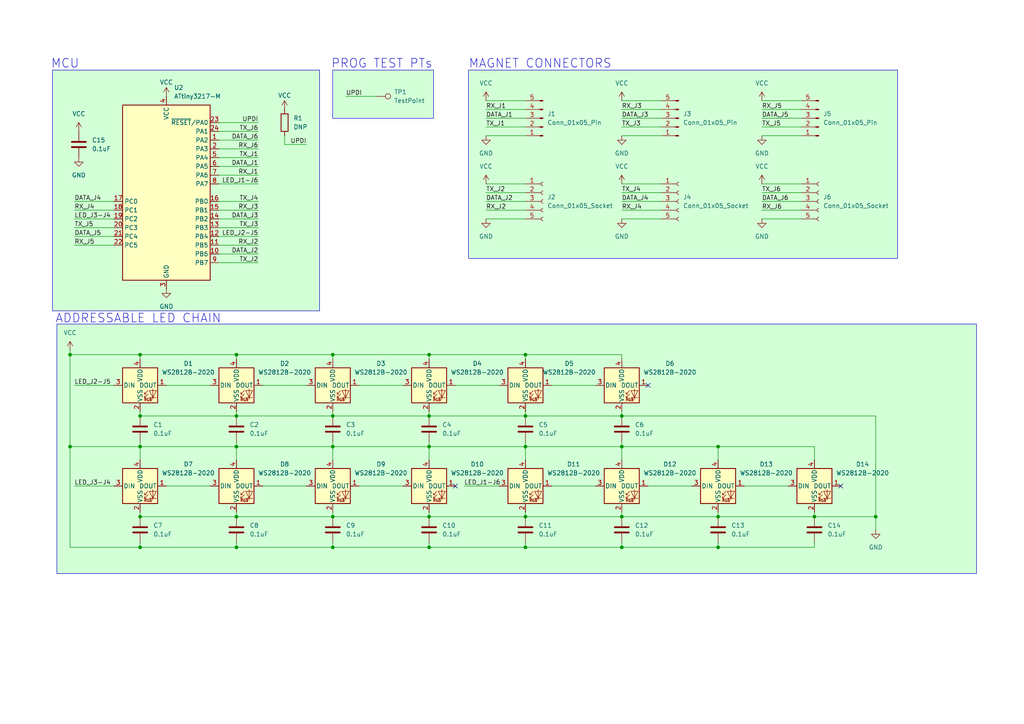
<source format=kicad_sch>
(kicad_sch (version 20231120) (generator "eeschema") (generator_version "8.0")
  (paper "A4")
  (title_block (title "PCB Tile Game") (rev "0.1"))
  (lib_symbols
    (symbol "Connector:Conn_01x05_Pin" (pin_names (offset 1.016) hide)
      (property "Reference" "J" (at 0 7.62 0))
      (property "Value" "Conn_01x05_Pin" (at 0 -7.62 0))
      (symbol "Conn_01x05_Pin_1_1"
        (polyline (pts (xy 1.27 -5.08) (xy 0.8636 -5.08)) (stroke (width 0.1524)))
        (polyline (pts (xy 1.27 -2.54) (xy 0.8636 -2.54)) (stroke (width 0.1524)))
        (polyline (pts (xy 1.27 0) (xy 0.8636 0)) (stroke (width 0.1524)))
        (polyline (pts (xy 1.27 2.54) (xy 0.8636 2.54)) (stroke (width 0.1524)))
        (polyline (pts (xy 1.27 5.08) (xy 0.8636 5.08)) (stroke (width 0.1524)))
        (rectangle (start 0.8636 -4.953) (end 0 -5.207) (stroke (width 0.1524)) (fill (type outline)))
        (rectangle (start 0.8636 -2.413) (end 0 -2.667) (stroke (width 0.1524)) (fill (type outline)))
        (rectangle (start 0.8636 0.127) (end 0 -0.127) (stroke (width 0.1524)) (fill (type outline)))
        (rectangle (start 0.8636 2.667) (end 0 2.413) (stroke (width 0.1524)) (fill (type outline)))
        (rectangle (start 0.8636 5.207) (end 0 4.953) (stroke (width 0.1524)) (fill (type outline)))
        (pin passive line (at 5.08 5.08 180) (length 3.81) (name "Pin_1") (number "1"))
        (pin passive line (at 5.08 2.54 180) (length 3.81) (name "Pin_2") (number "2"))
        (pin passive line (at 5.08 0 180) (length 3.81) (name "Pin_3") (number "3"))
        (pin passive line (at 5.08 -2.54 180) (length 3.81) (name "Pin_4") (number "4"))
        (pin passive line (at 5.08 -5.08 180) (length 3.81) (name "Pin_5") (number "5"))
      )
    )
    (symbol "Connector:Conn_01x05_Socket" (pin_names (offset 1.016) hide)
      (property "Reference" "J" (at 0 7.62 0))
      (property "Value" "Conn_01x05_Socket" (at 0 -7.62 0))
      (symbol "Conn_01x05_Socket_1_1"
        (arc (start 0 -4.572) (mid -0.5058 -5.08) (end 0 -5.588) (stroke (width 0.1524)))
        (arc (start 0 -2.032) (mid -0.5058 -2.54) (end 0 -3.048) (stroke (width 0.1524)))
        (polyline (pts (xy -1.27 -5.08) (xy -0.508 -5.08)) (stroke (width 0.1524)))
        (polyline (pts (xy -1.27 -2.54) (xy -0.508 -2.54)) (stroke (width 0.1524)))
        (polyline (pts (xy -1.27 0) (xy -0.508 0)) (stroke (width 0.1524)))
        (polyline (pts (xy -1.27 2.54) (xy -0.508 2.54)) (stroke (width 0.1524)))
        (polyline (pts (xy -1.27 5.08) (xy -0.508 5.08)) (stroke (width 0.1524)))
        (arc (start 0 0.508) (mid -0.5058 0) (end 0 -0.508) (stroke (width 0.1524)))
        (arc (start 0 3.048) (mid -0.5058 2.54) (end 0 2.032) (stroke (width 0.1524)))
        (arc (start 0 5.588) (mid -0.5058 5.08) (end 0 4.572) (stroke (width 0.1524)))
        (pin passive line (at -5.08 5.08 0) (length 3.81) (name "Pin_1") (number "1"))
        (pin passive line (at -5.08 2.54 0) (length 3.81) (name "Pin_2") (number "2"))
        (pin passive line (at -5.08 0 0) (length 3.81) (name "Pin_3") (number "3"))
        (pin passive line (at -5.08 -2.54 0) (length 3.81) (name "Pin_4") (number "4"))
        (pin passive line (at -5.08 -5.08 0) (length 3.81) (name "Pin_5") (number "5"))
      )
    )
    (symbol "Connector:TestPoint" (pin_numbers hide) (pin_names (offset 0.762) hide)
      (property "Reference" "TP" (at 0 6.858 0))
      (property "Value" "TestPoint" (at 0 5.08 0))
      (symbol "TestPoint_0_1"
        (circle (center 0 3.302) (radius 0.762))
      )
      (symbol "TestPoint_1_1"
        (pin passive line (at 0 0 90) (length 2.54) (name "1") (number "1"))
      )
    )
    (symbol "Device:C" (pin_numbers hide) (pin_names (offset 0.254))
      (property "Reference" "C" (at 0.635 2.54 0))
      (property "Value" "C" (at 0.635 -2.54 0))
      (symbol "C_0_1"
        (polyline (pts (xy -2.032 -0.762) (xy 2.032 -0.762)) (stroke (width 0.508)))
        (polyline (pts (xy -2.032 0.762) (xy 2.032 0.762)) (stroke (width 0.508)))
      )
      (symbol "C_1_1"
        (pin passive line (at 0 3.81 270) (length 2.794) (name "~") (number "1"))
        (pin passive line (at 0 -3.81 90) (length 2.794) (name "~") (number "2"))
      )
    )
    (symbol "Device:R" (pin_numbers hide) (pin_names (offset 0))
      (property "Reference" "R" (at 2.032 0 90))
      (property "Value" "R" (at 0 0 90))
      (symbol "R_0_1"
        (rectangle (start -1.016 -2.54) (end 1.016 2.54) (stroke (width 0.254)))
      )
      (symbol "R_1_1"
        (pin passive line (at 0 3.81 270) (length 1.27) (name "~") (number "1"))
        (pin passive line (at 0 -3.81 90) (length 1.27) (name "~") (number "2"))
      )
    )
    (symbol "LED:WS2812B-2020" (pin_names (offset 0.254))
      (property "Reference" "D" (at 5.08 5.715 0))
      (property "Value" "WS2812B-2020" (at 1.27 -5.715 0))
      (symbol "WS2812B-2020_0_0"
        (text "RGB" (at 2.286 -4.191 0) (effects (font (size 0.762 0.762))))
      )
      (symbol "WS2812B-2020_0_1"
        (polyline (pts (xy 1.27 -3.556) (xy 1.778 -3.556)))
        (polyline (pts (xy 1.27 -2.54) (xy 1.778 -2.54)))
        (polyline (pts (xy 4.699 -3.556) (xy 2.667 -3.556)))
        (polyline (pts (xy 2.286 -2.54) (xy 1.27 -3.556) (xy 1.27 -3.048)))
        (polyline (pts (xy 2.286 -1.524) (xy 1.27 -2.54) (xy 1.27 -2.032)))
        (polyline (pts (xy 3.683 -1.016) (xy 3.683 -3.556) (xy 3.683 -4.064)))
        (polyline (pts (xy 4.699 -1.524) (xy 2.667 -1.524) (xy 3.683 -3.556) (xy 4.699 -1.524)))
        (rectangle (start 5.08 5.08) (end -5.08 -5.08) (stroke (width 0.254)) (fill (type background)))
      )
      (symbol "WS2812B-2020_1_1"
        (pin output line (at 7.62 0 180) (length 2.54) (name "DOUT") (number "1"))
        (pin power_in line (at 0 -7.62 90) (length 2.54) (name "VSS") (number "2"))
        (pin input line (at -7.62 0 0) (length 2.54) (name "DIN") (number "3"))
        (pin power_in line (at 0 7.62 270) (length 2.54) (name "VDD") (number "4"))
      )
    )
    (symbol "MCU_Microchip_ATtiny:ATtiny3217-M"
      (property "Reference" "U" (at -12.7 26.67 0))
      (property "Value" "ATtiny3217-M" (at 2.54 -26.67 0))
      (symbol "ATtiny3217-M_0_1"
        (rectangle (start -12.7 -25.4) (end 12.7 25.4) (stroke (width 0.254)) (fill (type background)))
      )
      (symbol "ATtiny3217-M_1_1"
        (pin bidirectional line (at 15.24 15.24 180) (length 2.54) (name "PA2") (number "1"))
        (pin bidirectional line (at 15.24 -17.78 180) (length 2.54) (name "PB6") (number "10"))
        (pin bidirectional line (at 15.24 -15.24 180) (length 2.54) (name "PB5") (number "11"))
        (pin bidirectional line (at 15.24 -12.7 180) (length 2.54) (name "PB4") (number "12"))
        (pin bidirectional line (at 15.24 -10.16 180) (length 2.54) (name "PB3") (number "13"))
        (pin bidirectional line (at 15.24 -7.62 180) (length 2.54) (name "PB2") (number "14"))
        (pin bidirectional line (at 15.24 -5.08 180) (length 2.54) (name "PB1") (number "15"))
        (pin bidirectional line (at 15.24 -2.54 180) (length 2.54) (name "PB0") (number "16"))
        (pin bidirectional line (at -15.24 -2.54 0) (length 2.54) (name "PC0") (number "17"))
        (pin bidirectional line (at -15.24 -5.08 0) (length 2.54) (name "PC1") (number "18"))
        (pin bidirectional line (at -15.24 -7.62 0) (length 2.54) (name "PC2") (number "19"))
        (pin bidirectional line (at 15.24 12.7 180) (length 2.54) (name "PA3") (number "2"))
        (pin bidirectional line (at -15.24 -10.16 0) (length 2.54) (name "PC3") (number "20"))
        (pin bidirectional line (at -15.24 -12.7 0) (length 2.54) (name "PC4") (number "21"))
        (pin bidirectional line (at -15.24 -15.24 0) (length 2.54) (name "PC5") (number "22"))
        (pin bidirectional line (at 15.24 20.32 180) (length 2.54) (name "~{RESET}/PA0") (number "23"))
        (pin bidirectional line (at 15.24 17.78 180) (length 2.54) (name "PA1") (number "24"))
        (pin passive line (at 0 -27.94 90) (length 2.54) hide (name "GND") (number "25"))
        (pin power_in line (at 0 -27.94 90) (length 2.54) (name "GND") (number "3"))
        (pin power_in line (at 0 27.94 270) (length 2.54) (name "VCC") (number "4"))
        (pin bidirectional line (at 15.24 10.16 180) (length 2.54) (name "PA4") (number "5"))
        (pin bidirectional line (at 15.24 7.62 180) (length 2.54) (name "PA5") (number "6"))
        (pin bidirectional line (at 15.24 5.08 180) (length 2.54) (name "PA6") (number "7"))
        (pin bidirectional line (at 15.24 2.54 180) (length 2.54) (name "PA7") (number "8"))
        (pin bidirectional line (at 15.24 -20.32 180) (length 2.54) (name "PB7") (number "9"))
      )
    )
    (symbol "power:GND" (power) (pin_numbers hide) (pin_names (offset 0) hide)
      (property "Value" "GND" (at 0 -3.81 0))
      (symbol "GND_0_1"
        (polyline (pts (xy 0 0) (xy 0 -1.27) (xy 1.27 -1.27) (xy 0 -2.54) (xy -1.27 -1.27) (xy 0 -1.27)))
      )
      (symbol "GND_1_1"
        (pin power_in line (at 0 0 270) (length 0) (name "~") (number "1"))
      )
    )
    (symbol "power:VCC" (power) (pin_numbers hide) (pin_names (offset 0) hide)
      (property "Value" "VCC" (at 0 3.556 0))
      (symbol "VCC_0_1"
        (polyline (pts (xy -0.762 1.27) (xy 0 2.54)))
        (polyline (pts (xy 0 0) (xy 0 2.54)))
        (polyline (pts (xy 0 2.54) (xy 0.762 1.27)))
      )
      (symbol "VCC_1_1"
        (pin power_in line (at 0 0 90) (length 0) (name "~") (number "1"))
      )
    )
  )
  (junction (at 124.46 102.87))
  (junction (at 40.64 102.87))
  (junction (at 152.4 158.75))
  (junction (at 152.4 102.87))
  (junction (at 152.4 120.65))
  (junction (at 68.58 129.54))
  (junction (at 96.52 158.75))
  (junction (at 68.58 158.75))
  (junction (at 180.34 149.86))
  (junction (at 208.28 158.75))
  (junction (at 96.52 149.86))
  (junction (at 40.64 149.86))
  (junction (at 124.46 129.54))
  (junction (at 124.46 158.75))
  (junction (at 68.58 102.87))
  (junction (at 96.52 102.87))
  (junction (at 20.32 129.54))
  (junction (at 40.64 129.54))
  (junction (at 68.58 149.86))
  (junction (at 236.22 149.86))
  (junction (at 40.64 120.65))
  (junction (at 124.46 120.65))
  (junction (at 20.32 102.87))
  (junction (at 96.52 120.65))
  (junction (at 96.52 129.54))
  (junction (at 180.34 120.65))
  (junction (at 180.34 129.54))
  (junction (at 208.28 129.54))
  (junction (at 124.46 149.86))
  (junction (at 254 149.86))
  (junction (at 152.4 149.86))
  (junction (at 68.58 120.65))
  (junction (at 208.28 149.86))
  (junction (at 40.64 158.75))
  (junction (at 152.4 129.54))
  (junction (at 180.34 158.75))
  (no_connect (at 187.96 111.76))
  (no_connect (at 243.84 140.97))
  (no_connect (at 132.08 140.97))
  (wire (pts (xy 208.28 129.54) (xy 208.28 133.35)))
  (wire (pts (xy 40.64 129.54) (xy 68.58 129.54)))
  (wire (pts (xy 40.64 102.87) (xy 68.58 102.87)))
  (wire (pts (xy 180.34 34.29) (xy 191.77 34.29)))
  (wire (pts (xy 68.58 119.38) (xy 68.58 120.65)))
  (wire (pts (xy 63.5 63.5) (xy 74.93 63.5)))
  (wire (pts (xy 63.5 40.64) (xy 74.93 40.64)))
  (wire (pts (xy 236.22 148.59) (xy 236.22 149.86)))
  (wire (pts (xy 140.97 36.83) (xy 152.4 36.83)))
  (wire (pts (xy 124.46 119.38) (xy 124.46 120.65)))
  (wire (pts (xy 180.34 102.87) (xy 180.34 104.14)))
  (wire (pts (xy 152.4 158.75) (xy 180.34 158.75)))
  (wire (pts (xy 21.59 66.04) (xy 33.02 66.04)))
  (wire (pts (xy 124.46 102.87) (xy 152.4 102.87)))
  (wire (pts (xy 40.64 120.65) (xy 68.58 120.65)))
  (wire (pts (xy 208.28 148.59) (xy 208.28 149.86)))
  (wire (pts (xy 20.32 102.87) (xy 40.64 102.87)))
  (wire (pts (xy 63.5 53.34) (xy 74.93 53.34)))
  (wire (pts (xy 21.59 63.5) (xy 33.02 63.5)))
  (wire (pts (xy 124.46 128.27) (xy 124.46 129.54)))
  (wire (pts (xy 20.32 158.75) (xy 20.32 129.54)))
  (wire (pts (xy 63.5 58.42) (xy 74.93 58.42)))
  (wire (pts (xy 68.58 129.54) (xy 96.52 129.54)))
  (wire (pts (xy 40.64 120.65) (xy 40.64 119.38)))
  (wire (pts (xy 63.5 43.18) (xy 74.93 43.18)))
  (wire (pts (xy 63.5 60.96) (xy 74.93 60.96)))
  (wire (pts (xy 96.52 129.54) (xy 124.46 129.54)))
  (wire (pts (xy 140.97 53.34) (xy 152.4 53.34)))
  (wire (pts (xy 40.64 148.59) (xy 40.64 149.86)))
  (wire (pts (xy 63.5 48.26) (xy 74.93 48.26)))
  (wire (pts (xy 40.64 129.54) (xy 40.64 133.35)))
  (wire (pts (xy 124.46 129.54) (xy 152.4 129.54)))
  (wire (pts (xy 63.5 45.72) (xy 74.93 45.72)))
  (wire (pts (xy 180.34 120.65) (xy 254 120.65)))
  (wire (pts (xy 152.4 149.86) (xy 180.34 149.86)))
  (wire (pts (xy 236.22 158.75) (xy 236.22 157.48)))
  (wire (pts (xy 96.52 158.75) (xy 124.46 158.75)))
  (wire (pts (xy 152.4 120.65) (xy 180.34 120.65)))
  (wire (pts (xy 63.5 73.66) (xy 74.93 73.66)))
  (wire (pts (xy 21.59 60.96) (xy 33.02 60.96)))
  (wire (pts (xy 96.52 120.65) (xy 124.46 120.65)))
  (wire (pts (xy 208.28 149.86) (xy 236.22 149.86)))
  (wire (pts (xy 124.46 148.59) (xy 124.46 149.86)))
  (wire (pts (xy 220.98 34.29) (xy 232.41 34.29)))
  (wire (pts (xy 140.97 31.75) (xy 152.4 31.75)))
  (wire (pts (xy 140.97 55.88) (xy 152.4 55.88)))
  (wire (pts (xy 40.64 158.75) (xy 68.58 158.75)))
  (wire (pts (xy 124.46 129.54) (xy 124.46 133.35)))
  (wire (pts (xy 180.34 36.83) (xy 191.77 36.83)))
  (wire (pts (xy 21.59 71.12) (xy 33.02 71.12)))
  (wire (pts (xy 96.52 102.87) (xy 96.52 104.14)))
  (wire (pts (xy 76.2 140.97) (xy 88.9 140.97)))
  (wire (pts (xy 160.02 111.76) (xy 172.72 111.76)))
  (wire (pts (xy 100.33 27.94) (xy 109.22 27.94)))
  (wire (pts (xy 180.34 129.54) (xy 180.34 128.27)))
  (wire (pts (xy 124.46 120.65) (xy 152.4 120.65)))
  (wire (pts (xy 180.34 149.86) (xy 208.28 149.86)))
  (wire (pts (xy 124.46 149.86) (xy 152.4 149.86)))
  (wire (pts (xy 40.64 129.54) (xy 20.32 129.54)))
  (wire (pts (xy 63.5 76.2) (xy 74.93 76.2)))
  (wire (pts (xy 220.98 31.75) (xy 232.41 31.75)))
  (wire (pts (xy 68.58 102.87) (xy 68.58 104.14)))
  (wire (pts (xy 68.58 102.87) (xy 96.52 102.87)))
  (wire (pts (xy 160.02 140.97) (xy 172.72 140.97)))
  (wire (pts (xy 124.46 102.87) (xy 124.46 104.14)))
  (wire (pts (xy 21.59 111.76) (xy 33.02 111.76)))
  (wire (pts (xy 152.4 129.54) (xy 180.34 129.54)))
  (wire (pts (xy 220.98 29.21) (xy 232.41 29.21)))
  (wire (pts (xy 104.14 111.76) (xy 116.84 111.76)))
  (wire (pts (xy 21.59 68.58) (xy 33.02 68.58)))
  (wire (pts (xy 68.58 120.65) (xy 96.52 120.65)))
  (wire (pts (xy 134.62 140.97) (xy 144.78 140.97)))
  (wire (pts (xy 68.58 158.75) (xy 68.58 157.48)))
  (wire (pts (xy 40.64 158.75) (xy 40.64 157.48)))
  (wire (pts (xy 96.52 158.75) (xy 96.52 157.48)))
  (wire (pts (xy 208.28 129.54) (xy 236.22 129.54)))
  (wire (pts (xy 76.2 111.76) (xy 88.9 111.76)))
  (wire (pts (xy 140.97 39.37) (xy 152.4 39.37)))
  (wire (pts (xy 48.26 140.97) (xy 60.96 140.97)))
  (wire (pts (xy 140.97 58.42) (xy 152.4 58.42)))
  (wire (pts (xy 21.59 58.42) (xy 33.02 58.42)))
  (wire (pts (xy 180.34 158.75) (xy 208.28 158.75)))
  (wire (pts (xy 180.34 119.38) (xy 180.34 120.65)))
  (wire (pts (xy 96.52 148.59) (xy 96.52 149.86)))
  (wire (pts (xy 20.32 102.87) (xy 20.32 129.54)))
  (wire (pts (xy 180.34 60.96) (xy 191.77 60.96)))
  (wire (pts (xy 254 120.65) (xy 254 149.86)))
  (wire (pts (xy 180.34 63.5) (xy 191.77 63.5)))
  (wire (pts (xy 180.34 129.54) (xy 208.28 129.54)))
  (wire (pts (xy 140.97 60.96) (xy 152.4 60.96)))
  (wire (pts (xy 96.52 129.54) (xy 96.52 133.35)))
  (wire (pts (xy 180.34 39.37) (xy 191.77 39.37)))
  (wire (pts (xy 20.32 102.87) (xy 20.32 101.6)))
  (wire (pts (xy 96.52 128.27) (xy 96.52 129.54)))
  (wire (pts (xy 152.4 158.75) (xy 152.4 157.48)))
  (wire (pts (xy 220.98 63.5) (xy 232.41 63.5)))
  (wire (pts (xy 180.34 53.34) (xy 191.77 53.34)))
  (wire (pts (xy 40.64 158.75) (xy 20.32 158.75)))
  (wire (pts (xy 63.5 68.58) (xy 74.93 68.58)))
  (wire (pts (xy 48.26 111.76) (xy 60.96 111.76)))
  (wire (pts (xy 124.46 158.75) (xy 152.4 158.75)))
  (wire (pts (xy 140.97 34.29) (xy 152.4 34.29)))
  (wire (pts (xy 63.5 71.12) (xy 74.93 71.12)))
  (wire (pts (xy 124.46 158.75) (xy 124.46 157.48)))
  (wire (pts (xy 40.64 128.27) (xy 40.64 129.54)))
  (wire (pts (xy 68.58 149.86) (xy 96.52 149.86)))
  (wire (pts (xy 68.58 128.27) (xy 68.58 129.54)))
  (wire (pts (xy 220.98 36.83) (xy 232.41 36.83)))
  (wire (pts (xy 220.98 53.34) (xy 232.41 53.34)))
  (wire (pts (xy 180.34 31.75) (xy 191.77 31.75)))
  (wire (pts (xy 220.98 60.96) (xy 232.41 60.96)))
  (wire (pts (xy 96.52 149.86) (xy 124.46 149.86)))
  (wire (pts (xy 180.34 129.54) (xy 180.34 133.35)))
  (wire (pts (xy 220.98 39.37) (xy 232.41 39.37)))
  (wire (pts (xy 152.4 148.59) (xy 152.4 149.86)))
  (wire (pts (xy 68.58 129.54) (xy 68.58 133.35)))
  (wire (pts (xy 215.9 140.97) (xy 228.6 140.97)))
  (wire (pts (xy 180.34 148.59) (xy 180.34 149.86)))
  (wire (pts (xy 220.98 58.42) (xy 232.41 58.42)))
  (wire (pts (xy 63.5 35.56) (xy 74.93 35.56)))
  (wire (pts (xy 96.52 102.87) (xy 124.46 102.87)))
  (wire (pts (xy 63.5 66.04) (xy 74.93 66.04)))
  (wire (pts (xy 187.96 140.97) (xy 200.66 140.97)))
  (wire (pts (xy 152.4 119.38) (xy 152.4 120.65)))
  (wire (pts (xy 236.22 149.86) (xy 254 149.86)))
  (wire (pts (xy 152.4 129.54) (xy 152.4 128.27)))
  (wire (pts (xy 40.64 102.87) (xy 40.64 104.14)))
  (wire (pts (xy 236.22 133.35) (xy 236.22 129.54)))
  (wire (pts (xy 152.4 129.54) (xy 152.4 133.35)))
  (wire (pts (xy 68.58 148.59) (xy 68.58 149.86)))
  (wire (pts (xy 96.52 119.38) (xy 96.52 120.65)))
  (wire (pts (xy 180.34 55.88) (xy 191.77 55.88)))
  (wire (pts (xy 63.5 50.8) (xy 74.93 50.8)))
  (wire (pts (xy 180.34 58.42) (xy 191.77 58.42)))
  (wire (pts (xy 74.93 38.1) (xy 63.5 38.1)))
  (wire (pts (xy 40.64 149.86) (xy 68.58 149.86)))
  (wire (pts (xy 21.59 140.97) (xy 33.02 140.97)))
  (wire (pts (xy 208.28 158.75) (xy 236.22 158.75)))
  (wire (pts (xy 82.55 41.91) (xy 82.55 39.37)))
  (wire (pts (xy 220.98 55.88) (xy 232.41 55.88)))
  (wire (pts (xy 68.58 158.75) (xy 96.52 158.75)))
  (wire (pts (xy 88.9 41.91) (xy 82.55 41.91)))
  (wire (pts (xy 180.34 29.21) (xy 191.77 29.21)))
  (wire (pts (xy 152.4 102.87) (xy 180.34 102.87)))
  (wire (pts (xy 132.08 111.76) (xy 144.78 111.76)))
  (wire (pts (xy 104.14 140.97) (xy 116.84 140.97)))
  (wire (pts (xy 180.34 158.75) (xy 180.34 157.48)))
  (wire (pts (xy 254 149.86) (xy 254 153.67)))
  (wire (pts (xy 140.97 63.5) (xy 152.4 63.5)))
  (wire (pts (xy 152.4 102.87) (xy 152.4 104.14)))
  (wire (pts (xy 208.28 158.75) (xy 208.28 157.48)))
  (wire (pts (xy 140.97 29.21) (xy 152.4 29.21)))
  (rectangle (start 16.51 93.98) (end 283.21 166.37) (fill (type color) (color 211 255 215 1)))
  (rectangle (start 15.24 20.32) (end 92.71 90.17) (fill (type color) (color 211 255 215 1)))
  (rectangle (start 135.89 20.32) (end 260.35 74.93) (fill (type color) (color 211 255 215 1)))
  (rectangle (start 96.52 20.32) (end 125.73 34.29) (fill (type color) (color 211 255 215 1)))
  (text "PROG TEST PTs" (at 96.012 18.542 0) (effects (font (size 2.54 2.54)) (justify left)))
  (text "MCU" (at 14.732 18.542 0) (effects (font (size 2.54 2.54)) (justify left)))
  (text "ADDRESSABLE LED CHAIN" (at 16.002 92.456 0) (effects (font (size 2.54 2.54)) (justify left)))
  (text "MAGNET CONNECTORS" (at 135.89 18.542 0) (effects (font (size 2.54 2.54)) (justify left)))
  (label "RX_J1" (at 140.97 31.75 0))
  (label "TX_J5" (at 21.59 66.04 0))
  (label "RX_J3" (at 74.93 60.96 180))
  (label "DATA_J4" (at 21.59 58.42 0))
  (label "TX_J1" (at 74.93 45.72 180))
  (label "UPDI" (at 74.93 35.56 180))
  (label "RX_J6" (at 74.93 43.18 180))
  (label "DATA_J5" (at 220.98 34.29 0))
  (label "LED_J3-J4" (at 21.59 140.97 0))
  (label "TX_J6" (at 74.93 38.1 180))
  (label "DATA_J5" (at 21.59 68.58 0))
  (label "RX_J6" (at 220.98 60.96 0))
  (label "RX_J5" (at 21.59 71.12 0))
  (label "DATA_J1" (at 74.93 48.26 180))
  (label "LED_J1-J6" (at 74.93 53.34 180))
  (label "DATA_J2" (at 74.93 73.66 180))
  (label "UPDI" (at 88.9 41.91 180))
  (label "DATA_J3" (at 180.34 34.29 0))
  (label "DATA_J4" (at 180.34 58.42 0))
  (label "RX_J4" (at 21.59 60.96 0))
  (label "DATA_J1" (at 140.97 34.29 0))
  (label "RX_J2" (at 140.97 60.96 0))
  (label "LED_J1-J6" (at 134.62 140.97 0))
  (label "DATA_J2" (at 140.97 58.42 0))
  (label "LED_J3-J4" (at 21.59 63.5 0))
  (label "RX_J4" (at 180.34 60.96 0))
  (label "DATA_J6" (at 220.98 58.42 0))
  (label "RX_J2" (at 74.93 71.12 180))
  (label "LED_J2-J5" (at 21.59 111.76 0))
  (label "TX_J1" (at 140.97 36.83 0))
  (label "TX_J4" (at 180.34 55.88 0))
  (label "TX_J3" (at 180.34 36.83 0))
  (label "RX_J3" (at 180.34 31.75 0))
  (label "TX_J2" (at 140.97 55.88 0))
  (label "RX_J1" (at 74.93 50.8 180))
  (label "LED_J2-J5" (at 74.93 68.58 180))
  (label "TX_J2" (at 74.93 76.2 180))
  (label "TX_J6" (at 220.98 55.88 0))
  (label "TX_J3" (at 74.93 66.04 180))
  (label "UPDI" (at 100.33 27.94 0))
  (label "DATA_J3" (at 74.93 63.5 180))
  (label "TX_J5" (at 220.98 36.83 0))
  (label "TX_J4" (at 74.93 58.42 180))
  (label "RX_J5" (at 220.98 31.75 0))
  (label "DATA_J6" (at 74.93 40.64 180))
  (symbol (lib_id "Connector:TestPoint") (at 109.22 27.94 270) (unit 1)
    (property "Reference" "TP1" (at 114.3 26.6699 90) (effects (justify left)))
    (property "Value" "TestPoint" (at 114.3 29.2099 90) (effects (justify left)))
    (property "Footprint" "TestPoint:TestPoint_Pad_2.0x2.0mm" (effects (hide yes)))
    (property "Description" "test point" (effects (hide yes)))
  )
  (symbol (lib_id "power:GND") (at 140.97 63.5 0) (unit 1)
    (property "Reference" "#PWR04" (effects (hide yes)))
    (property "Value" "GND" (at 140.97 68.58 0))
    (property "Description" "Power symbol creates a global label with name \"GND\" , ground" (effects (hide yes)))
  )
  (symbol (lib_id "power:VCC") (at 22.86 38.1 0) (unit 1)
    (property "Reference" "#PWR015" (effects (hide yes)))
    (property "Value" "VCC" (at 22.86 33.02 0))
    (property "Description" "Power symbol creates a global label with name \"VCC\"" (effects (hide yes)))
  )
  (symbol (lib_id "LED:WS2812B-2020") (at 40.64 111.76 0) (unit 1)
    (property "Reference" "D1" (at 54.61 105.4414 0))
    (property "Value" "WS2812B-2020" (at 54.61 107.9814 0))
    (property "Footprint" "LED_SMD:LED_WS2812B-2020_PLCC4_2.0x2.0mm" (effects (hide yes)))
    (property "Datasheet" "https://cdn-shop.adafruit.com/product-files/4684/4684_WS2812B-2020_V1.3_EN.pdf" (effects (hide yes)))
    (property "Description" "RGB LED with integrated controller, 2.0 x 2.0 mm, 12 mA" (effects (hide yes)))
  )
  (symbol (lib_id "power:GND") (at 140.97 39.37 0) (unit 1)
    (property "Reference" "#PWR02" (effects (hide yes)))
    (property "Value" "GND" (at 140.97 44.45 0))
    (property "Description" "Power symbol creates a global label with name \"GND\" , ground" (effects (hide yes)))
  )
  (symbol (lib_id "power:VCC") (at 220.98 29.21 0) (unit 1)
    (property "Reference" "#PWR09" (effects (hide yes)))
    (property "Value" "VCC" (at 220.98 24.13 0))
    (property "Description" "Power symbol creates a global label with name \"VCC\"" (effects (hide yes)))
  )
  (symbol (lib_id "Device:C") (at 40.64 124.46 0) (unit 1)
    (property "Reference" "C1" (at 44.45 123.1899 0) (effects (justify left)))
    (property "Value" "0.1uF" (at 44.45 125.7299 0) (effects (justify left)))
    (property "Footprint" "Capacitor_SMD:C_0603_1608Metric_Pad1.08x0.95mm_HandSolder" (effects (hide yes)))
    (property "Description" "Unpolarized capacitor" (effects (hide yes)))
  )
  (symbol (lib_id "power:VCC") (at 180.34 29.21 0) (unit 1)
    (property "Reference" "#PWR05" (effects (hide yes)))
    (property "Value" "VCC" (at 180.34 24.13 0))
    (property "Description" "Power symbol creates a global label with name \"VCC\"" (effects (hide yes)))
  )
  (symbol (lib_id "Device:C") (at 124.46 153.67 0) (unit 1)
    (property "Reference" "C10" (at 128.27 152.3999 0) (effects (justify left)))
    (property "Value" "0.1uF" (at 128.27 154.9399 0) (effects (justify left)))
    (property "Footprint" "Capacitor_SMD:C_0603_1608Metric_Pad1.08x0.95mm_HandSolder" (effects (hide yes)))
    (property "Description" "Unpolarized capacitor" (effects (hide yes)))
  )
  (symbol (lib_id "power:GND") (at 180.34 63.5 0) (unit 1)
    (property "Reference" "#PWR08" (effects (hide yes)))
    (property "Value" "GND" (at 180.34 68.58 0))
    (property "Description" "Power symbol creates a global label with name \"GND\" , ground" (effects (hide yes)))
  )
  (symbol (lib_id "Device:C") (at 40.64 153.67 0) (unit 1)
    (property "Reference" "C7" (at 44.45 152.3999 0) (effects (justify left)))
    (property "Value" "0.1uF" (at 44.45 154.9399 0) (effects (justify left)))
    (property "Footprint" "Capacitor_SMD:C_0603_1608Metric_Pad1.08x0.95mm_HandSolder" (effects (hide yes)))
    (property "Description" "Unpolarized capacitor" (effects (hide yes)))
  )
  (symbol (lib_id "Connector:Conn_01x05_Socket") (at 157.48 58.42 0) (unit 1)
    (property "Reference" "J2" (at 158.75 57.1499 0) (effects (justify left)))
    (property "Value" "Conn_01x05_Socket" (at 158.75 59.6899 0) (effects (justify left)))
    (property "Footprint" "Connector_PinSocket_2.54mm:PinSocket_1x05_P2.54mm_Vertical" (effects (hide yes)))
    (property "Description" "Generic connector, single row, 01x05, script generated" (effects (hide yes)))
  )
  (symbol (lib_id "LED:WS2812B-2020") (at 152.4 111.76 0) (unit 1)
    (property "Reference" "D5" (at 165.1 105.4414 0))
    (property "Value" "WS2812B-2020" (at 165.1 107.9814 0))
    (property "Footprint" "LED_SMD:LED_WS2812B-2020_PLCC4_2.0x2.0mm" (effects (hide yes)))
    (property "Datasheet" "https://cdn-shop.adafruit.com/product-files/4684/4684_WS2812B-2020_V1.3_EN.pdf" (effects (hide yes)))
    (property "Description" "RGB LED with integrated controller, 2.0 x 2.0 mm, 12 mA" (effects (hide yes)))
  )
  (symbol (lib_id "LED:WS2812B-2020") (at 180.34 111.76 0) (unit 1)
    (property "Reference" "D6" (at 194.31 105.4414 0))
    (property "Value" "WS2812B-2020" (at 194.31 107.9814 0))
    (property "Footprint" "LED_SMD:LED_WS2812B-2020_PLCC4_2.0x2.0mm" (effects (hide yes)))
    (property "Datasheet" "https://cdn-shop.adafruit.com/product-files/4684/4684_WS2812B-2020_V1.3_EN.pdf" (effects (hide yes)))
    (property "Description" "RGB LED with integrated controller, 2.0 x 2.0 mm, 12 mA" (effects (hide yes)))
  )
  (symbol (lib_id "LED:WS2812B-2020") (at 124.46 111.76 0) (unit 1)
    (property "Reference" "D4" (at 138.43 105.4414 0))
    (property "Value" "WS2812B-2020" (at 138.43 107.9814 0))
    (property "Footprint" "LED_SMD:LED_WS2812B-2020_PLCC4_2.0x2.0mm" (effects (hide yes)))
    (property "Datasheet" "https://cdn-shop.adafruit.com/product-files/4684/4684_WS2812B-2020_V1.3_EN.pdf" (effects (hide yes)))
    (property "Description" "RGB LED with integrated controller, 2.0 x 2.0 mm, 12 mA" (effects (hide yes)))
  )
  (symbol (lib_id "LED:WS2812B-2020") (at 236.22 140.97 0) (unit 1)
    (property "Reference" "D14" (at 250.19 134.6514 0))
    (property "Value" "WS2812B-2020" (at 250.19 137.1914 0))
    (property "Footprint" "LED_SMD:LED_WS2812B-2020_PLCC4_2.0x2.0mm" (effects (hide yes)))
    (property "Datasheet" "https://cdn-shop.adafruit.com/product-files/4684/4684_WS2812B-2020_V1.3_EN.pdf" (effects (hide yes)))
    (property "Description" "RGB LED with integrated controller, 2.0 x 2.0 mm, 12 mA" (effects (hide yes)))
  )
  (symbol (lib_id "power:GND") (at 254 153.67 0) (unit 1)
    (property "Reference" "#PWR019" (effects (hide yes)))
    (property "Value" "GND" (at 254 158.75 0))
    (property "Description" "Power symbol creates a global label with name \"GND\" , ground" (effects (hide yes)))
  )
  (symbol (lib_id "power:GND") (at 220.98 63.5 0) (unit 1)
    (property "Reference" "#PWR012" (effects (hide yes)))
    (property "Value" "GND" (at 220.98 68.58 0))
    (property "Description" "Power symbol creates a global label with name \"GND\" , ground" (effects (hide yes)))
  )
  (symbol (lib_id "power:VCC") (at 48.26 27.94 0) (unit 1)
    (property "Reference" "#PWR013" (effects (hide yes)))
    (property "Value" "VCC" (at 48.26 23.876 0))
    (property "Description" "Power symbol creates a global label with name \"VCC\"" (effects (hide yes)))
  )
  (symbol (lib_id "power:VCC") (at 20.32 101.6 0) (unit 1)
    (property "Reference" "#PWR020" (effects (hide yes)))
    (property "Value" "VCC" (at 20.32 96.52 0))
    (property "Description" "Power symbol creates a global label with name \"VCC\"" (effects (hide yes)))
  )
  (symbol (lib_id "Device:C") (at 152.4 124.46 0) (unit 1)
    (property "Reference" "C5" (at 156.21 123.1899 0) (effects (justify left)))
    (property "Value" "0.1uF" (at 156.21 125.7299 0) (effects (justify left)))
    (property "Footprint" "Capacitor_SMD:C_0603_1608Metric_Pad1.08x0.95mm_HandSolder" (effects (hide yes)))
    (property "Description" "Unpolarized capacitor" (effects (hide yes)))
  )
  (symbol (lib_id "Device:C") (at 96.52 153.67 0) (unit 1)
    (property "Reference" "C9" (at 100.33 152.3999 0) (effects (justify left)))
    (property "Value" "0.1uF" (at 100.33 154.9399 0) (effects (justify left)))
    (property "Footprint" "Capacitor_SMD:C_0603_1608Metric_Pad1.08x0.95mm_HandSolder" (effects (hide yes)))
    (property "Description" "Unpolarized capacitor" (effects (hide yes)))
  )
  (symbol (lib_id "Connector:Conn_01x05_Pin") (at 237.49 34.29 180) (unit 1)
    (property "Reference" "J5" (at 238.76 33.0199 0) (effects (justify right)))
    (property "Value" "Conn_01x05_Pin" (at 238.76 35.5599 0) (effects (justify right)))
    (property "Footprint" "Connector_PinHeader_2.54mm:PinHeader_1x05_P2.54mm_Vertical" (effects (hide yes)))
    (property "Description" "Generic connector, single row, 01x05, script generated" (effects (hide yes)))
  )
  (symbol (lib_id "power:GND") (at 220.98 39.37 0) (unit 1)
    (property "Reference" "#PWR010" (effects (hide yes)))
    (property "Value" "GND" (at 220.98 44.45 0))
    (property "Description" "Power symbol creates a global label with name \"GND\" , ground" (effects (hide yes)))
  )
  (symbol (lib_id "power:GND") (at 48.26 83.82 0) (unit 1)
    (property "Reference" "#PWR014" (effects (hide yes)))
    (property "Value" "GND" (at 48.26 88.9 0))
    (property "Description" "Power symbol creates a global label with name \"GND\" , ground" (effects (hide yes)))
  )
  (symbol (lib_id "LED:WS2812B-2020") (at 68.58 111.76 0) (unit 1)
    (property "Reference" "D2" (at 82.55 105.4414 0))
    (property "Value" "WS2812B-2020" (at 82.55 107.9814 0))
    (property "Footprint" "LED_SMD:LED_WS2812B-2020_PLCC4_2.0x2.0mm" (effects (hide yes)))
    (property "Datasheet" "https://cdn-shop.adafruit.com/product-files/4684/4684_WS2812B-2020_V1.3_EN.pdf" (effects (hide yes)))
    (property "Description" "RGB LED with integrated controller, 2.0 x 2.0 mm, 12 mA" (effects (hide yes)))
  )
  (symbol (lib_id "Device:C") (at 208.28 153.67 0) (unit 1)
    (property "Reference" "C13" (at 212.09 152.3999 0) (effects (justify left)))
    (property "Value" "0.1uF" (at 212.09 154.9399 0) (effects (justify left)))
    (property "Footprint" "Capacitor_SMD:C_0603_1608Metric_Pad1.08x0.95mm_HandSolder" (effects (hide yes)))
    (property "Description" "Unpolarized capacitor" (effects (hide yes)))
  )
  (symbol (lib_id "Connector:Conn_01x05_Socket") (at 196.85 58.42 0) (unit 1)
    (property "Reference" "J4" (at 198.12 57.1499 0) (effects (justify left)))
    (property "Value" "Conn_01x05_Socket" (at 198.12 59.6899 0) (effects (justify left)))
    (property "Footprint" "Connector_PinSocket_2.54mm:PinSocket_1x05_P2.54mm_Vertical" (effects (hide yes)))
    (property "Description" "Generic connector, single row, 01x05, script generated" (effects (hide yes)))
  )
  (symbol (lib_id "LED:WS2812B-2020") (at 180.34 140.97 0) (unit 1)
    (property "Reference" "D12" (at 194.31 134.6514 0))
    (property "Value" "WS2812B-2020" (at 194.31 137.1914 0))
    (property "Footprint" "LED_SMD:LED_WS2812B-2020_PLCC4_2.0x2.0mm" (effects (hide yes)))
    (property "Datasheet" "https://cdn-shop.adafruit.com/product-files/4684/4684_WS2812B-2020_V1.3_EN.pdf" (effects (hide yes)))
    (property "Description" "RGB LED with integrated controller, 2.0 x 2.0 mm, 12 mA" (effects (hide yes)))
  )
  (symbol (lib_id "Device:C") (at 96.52 124.46 0) (unit 1)
    (property "Reference" "C3" (at 100.33 123.1899 0) (effects (justify left)))
    (property "Value" "0.1uF" (at 100.33 125.7299 0) (effects (justify left)))
    (property "Footprint" "Capacitor_SMD:C_0603_1608Metric_Pad1.08x0.95mm_HandSolder" (effects (hide yes)))
    (property "Description" "Unpolarized capacitor" (effects (hide yes)))
  )
  (symbol (lib_id "power:VCC") (at 220.98 53.34 0) (unit 1)
    (property "Reference" "#PWR011" (effects (hide yes)))
    (property "Value" "VCC" (at 220.98 48.26 0))
    (property "Description" "Power symbol creates a global label with name \"VCC\"" (effects (hide yes)))
  )
  (symbol (lib_id "Connector:Conn_01x05_Socket") (at 237.49 58.42 0) (unit 1)
    (property "Reference" "J6" (at 238.76 57.1499 0) (effects (justify left)))
    (property "Value" "Conn_01x05_Socket" (at 238.76 59.6899 0) (effects (justify left)))
    (property "Footprint" "Connector_PinSocket_2.54mm:PinSocket_1x05_P2.54mm_Vertical" (effects (hide yes)))
    (property "Description" "Generic connector, single row, 01x05, script generated" (effects (hide yes)))
  )
  (symbol (lib_id "LED:WS2812B-2020") (at 124.46 140.97 0) (unit 1)
    (property "Reference" "D10" (at 138.43 134.6514 0))
    (property "Value" "WS2812B-2020" (at 138.43 137.1914 0))
    (property "Footprint" "LED_SMD:LED_WS2812B-2020_PLCC4_2.0x2.0mm" (effects (hide yes)))
    (property "Datasheet" "https://cdn-shop.adafruit.com/product-files/4684/4684_WS2812B-2020_V1.3_EN.pdf" (effects (hide yes)))
    (property "Description" "RGB LED with integrated controller, 2.0 x 2.0 mm, 12 mA" (effects (hide yes)))
  )
  (symbol (lib_id "power:VCC") (at 140.97 53.34 0) (unit 1)
    (property "Reference" "#PWR03" (effects (hide yes)))
    (property "Value" "VCC" (at 140.97 48.26 0))
    (property "Description" "Power symbol creates a global label with name \"VCC\"" (effects (hide yes)))
  )
  (symbol (lib_id "Device:C") (at 22.86 41.91 0) (unit 1)
    (property "Reference" "C15" (at 26.67 40.6399 0) (effects (justify left)))
    (property "Value" "0.1uF" (at 26.67 43.1799 0) (effects (justify left)))
    (property "Footprint" "Capacitor_SMD:C_0603_1608Metric_Pad1.08x0.95mm_HandSolder" (effects (hide yes)))
    (property "Description" "Unpolarized capacitor" (effects (hide yes)))
  )
  (symbol (lib_id "Device:C") (at 180.34 153.67 0) (unit 1)
    (property "Reference" "C12" (at 184.15 152.3999 0) (effects (justify left)))
    (property "Value" "0.1uF" (at 184.15 154.9399 0) (effects (justify left)))
    (property "Footprint" "Capacitor_SMD:C_0603_1608Metric_Pad1.08x0.95mm_HandSolder" (effects (hide yes)))
    (property "Description" "Unpolarized capacitor" (effects (hide yes)))
  )
  (symbol (lib_id "LED:WS2812B-2020") (at 152.4 140.97 0) (unit 1)
    (property "Reference" "D11" (at 166.37 134.6514 0))
    (property "Value" "WS2812B-2020" (at 166.37 137.1914 0))
    (property "Footprint" "LED_SMD:LED_WS2812B-2020_PLCC4_2.0x2.0mm" (effects (hide yes)))
    (property "Datasheet" "https://cdn-shop.adafruit.com/product-files/4684/4684_WS2812B-2020_V1.3_EN.pdf" (effects (hide yes)))
    (property "Description" "RGB LED with integrated controller, 2.0 x 2.0 mm, 12 mA" (effects (hide yes)))
  )
  (symbol (lib_id "Device:C") (at 180.34 124.46 0) (unit 1)
    (property "Reference" "C6" (at 184.15 123.1899 0) (effects (justify left)))
    (property "Value" "0.1uF" (at 184.15 125.7299 0) (effects (justify left)))
    (property "Footprint" "Capacitor_SMD:C_0603_1608Metric_Pad1.08x0.95mm_HandSolder" (effects (hide yes)))
    (property "Description" "Unpolarized capacitor" (effects (hide yes)))
  )
  (symbol (lib_id "Device:C") (at 124.46 124.46 0) (unit 1)
    (property "Reference" "C4" (at 128.27 123.1899 0) (effects (justify left)))
    (property "Value" "0.1uF" (at 128.27 125.7299 0) (effects (justify left)))
    (property "Footprint" "Capacitor_SMD:C_0603_1608Metric_Pad1.08x0.95mm_HandSolder" (effects (hide yes)))
    (property "Description" "Unpolarized capacitor" (effects (hide yes)))
  )
  (symbol (lib_id "Device:C") (at 236.22 153.67 0) (unit 1)
    (property "Reference" "C14" (at 240.03 152.3999 0) (effects (justify left)))
    (property "Value" "0.1uF" (at 240.03 154.9399 0) (effects (justify left)))
    (property "Footprint" "Capacitor_SMD:C_0603_1608Metric_Pad1.08x0.95mm_HandSolder" (effects (hide yes)))
    (property "Description" "Unpolarized capacitor" (effects (hide yes)))
  )
  (symbol (lib_id "power:VCC") (at 140.97 29.21 0) (unit 1)
    (property "Reference" "#PWR01" (effects (hide yes)))
    (property "Value" "VCC" (at 140.97 24.13 0))
    (property "Description" "Power symbol creates a global label with name \"VCC\"" (effects (hide yes)))
  )
  (symbol (lib_id "Connector:Conn_01x05_Pin") (at 196.85 34.29 180) (unit 1)
    (property "Reference" "J3" (at 198.12 33.0199 0) (effects (justify right)))
    (property "Value" "Conn_01x05_Pin" (at 198.12 35.5599 0) (effects (justify right)))
    (property "Footprint" "Connector_PinHeader_2.54mm:PinHeader_1x05_P2.54mm_Vertical" (effects (hide yes)))
    (property "Description" "Generic connector, single row, 01x05, script generated" (effects (hide yes)))
  )
  (symbol (lib_id "LED:WS2812B-2020") (at 68.58 140.97 0) (unit 1)
    (property "Reference" "D8" (at 82.55 134.6514 0))
    (property "Value" "WS2812B-2020" (at 82.55 137.1914 0))
    (property "Footprint" "LED_SMD:LED_WS2812B-2020_PLCC4_2.0x2.0mm" (effects (hide yes)))
    (property "Datasheet" "https://cdn-shop.adafruit.com/product-files/4684/4684_WS2812B-2020_V1.3_EN.pdf" (effects (hide yes)))
    (property "Description" "RGB LED with integrated controller, 2.0 x 2.0 mm, 12 mA" (effects (hide yes)))
  )
  (symbol (lib_id "LED:WS2812B-2020") (at 96.52 140.97 0) (unit 1)
    (property "Reference" "D9" (at 110.49 134.6514 0))
    (property "Value" "WS2812B-2020" (at 110.49 137.1914 0))
    (property "Footprint" "LED_SMD:LED_WS2812B-2020_PLCC4_2.0x2.0mm" (effects (hide yes)))
    (property "Datasheet" "https://cdn-shop.adafruit.com/product-files/4684/4684_WS2812B-2020_V1.3_EN.pdf" (effects (hide yes)))
    (property "Description" "RGB LED with integrated controller, 2.0 x 2.0 mm, 12 mA" (effects (hide yes)))
  )
  (symbol (lib_id "MCU_Microchip_ATtiny:ATtiny3217-M") (at 48.26 55.88 0) (unit 1)
    (property "Reference" "U2" (at 50.4541 25.4 0) (effects (justify left)))
    (property "Value" "ATtiny3217-M" (at 50.4541 27.94 0) (effects (justify left)))
    (property "Footprint" "Package_DFN_QFN:QFN-24-1EP_4x4mm_P0.5mm_EP2.6x2.6mm" (effects (hide yes)))
    (property "Datasheet" "http://ww1.microchip.com/downloads/en/DeviceDoc/ATtiny3217_1617-Data-Sheet-40001999B.pdf" (effects (hide yes)))
    (property "Description" "20MHz, 32kB Flash, 2kB SRAM, 256B EEPROM, VQFN-24" (effects (hide yes)))
  )
  (symbol (lib_id "Device:R") (at 82.55 35.56 0) (unit 1)
    (property "Reference" "R1" (at 85.09 34.2899 0) (effects (justify left)))
    (property "Value" "DNP" (at 85.09 36.8299 0) (effects (justify left)))
    (property "Footprint" "Resistor_SMD:R_0603_1608Metric_Pad0.98x0.95mm_HandSolder" (effects (hide yes)))
    (property "Description" "Resistor" (effects (hide yes)))
  )
  (symbol (lib_id "power:GND") (at 22.86 45.72 0) (unit 1)
    (property "Reference" "#PWR016" (effects (hide yes)))
    (property "Value" "GND" (at 22.86 50.8 0))
    (property "Description" "Power symbol creates a global label with name \"GND\" , ground" (effects (hide yes)))
  )
  (symbol (lib_id "Device:C") (at 68.58 124.46 0) (unit 1)
    (property "Reference" "C2" (at 72.39 123.1899 0) (effects (justify left)))
    (property "Value" "0.1uF" (at 72.39 125.7299 0) (effects (justify left)))
    (property "Footprint" "Capacitor_SMD:C_0603_1608Metric_Pad1.08x0.95mm_HandSolder" (effects (hide yes)))
    (property "Description" "Unpolarized capacitor" (effects (hide yes)))
  )
  (symbol (lib_id "Connector:Conn_01x05_Pin") (at 157.48 34.29 180) (unit 1)
    (property "Reference" "J1" (at 158.75 33.0199 0) (effects (justify right)))
    (property "Value" "Conn_01x05_Pin" (at 158.75 35.5599 0) (effects (justify right)))
    (property "Footprint" "Connector_PinHeader_2.54mm:PinHeader_1x05_P2.54mm_Vertical" (effects (hide yes)))
    (property "Description" "Generic connector, single row, 01x05, script generated" (effects (hide yes)))
  )
  (symbol (lib_id "power:VCC") (at 82.55 31.75 0) (unit 1)
    (property "Reference" "#PWR024" (effects (hide yes)))
    (property "Value" "VCC" (at 82.55 27.686 0))
    (property "Description" "Power symbol creates a global label with name \"VCC\"" (effects (hide yes)))
  )
  (symbol (lib_id "power:VCC") (at 180.34 53.34 0) (unit 1)
    (property "Reference" "#PWR07" (effects (hide yes)))
    (property "Value" "VCC" (at 180.34 48.26 0))
    (property "Description" "Power symbol creates a global label with name \"VCC\"" (effects (hide yes)))
  )
  (symbol (lib_id "LED:WS2812B-2020") (at 208.28 140.97 0) (unit 1)
    (property "Reference" "D13" (at 222.25 134.6514 0))
    (property "Value" "WS2812B-2020" (at 222.25 137.1914 0))
    (property "Footprint" "LED_SMD:LED_WS2812B-2020_PLCC4_2.0x2.0mm" (effects (hide yes)))
    (property "Datasheet" "https://cdn-shop.adafruit.com/product-files/4684/4684_WS2812B-2020_V1.3_EN.pdf" (effects (hide yes)))
    (property "Description" "RGB LED with integrated controller, 2.0 x 2.0 mm, 12 mA" (effects (hide yes)))
  )
  (symbol (lib_id "Device:C") (at 152.4 153.67 0) (unit 1)
    (property "Reference" "C11" (at 156.21 152.3999 0) (effects (justify left)))
    (property "Value" "0.1uF" (at 156.21 154.9399 0) (effects (justify left)))
    (property "Footprint" "Capacitor_SMD:C_0603_1608Metric_Pad1.08x0.95mm_HandSolder" (effects (hide yes)))
    (property "Description" "Unpolarized capacitor" (effects (hide yes)))
  )
  (symbol (lib_id "LED:WS2812B-2020") (at 40.64 140.97 0) (unit 1)
    (property "Reference" "D7" (at 54.61 134.6514 0))
    (property "Value" "WS2812B-2020" (at 54.61 137.1914 0))
    (property "Footprint" "LED_SMD:LED_WS2812B-2020_PLCC4_2.0x2.0mm" (effects (hide yes)))
    (property "Datasheet" "https://cdn-shop.adafruit.com/product-files/4684/4684_WS2812B-2020_V1.3_EN.pdf" (effects (hide yes)))
    (property "Description" "RGB LED with integrated controller, 2.0 x 2.0 mm, 12 mA" (effects (hide yes)))
  )
  (symbol (lib_id "power:GND") (at 180.34 39.37 0) (unit 1)
    (property "Reference" "#PWR06" (effects (hide yes)))
    (property "Value" "GND" (at 180.34 44.45 0))
    (property "Description" "Power symbol creates a global label with name \"GND\" , ground" (effects (hide yes)))
  )
  (symbol (lib_id "Device:C") (at 68.58 153.67 0) (unit 1)
    (property "Reference" "C8" (at 72.39 152.3999 0) (effects (justify left)))
    (property "Value" "0.1uF" (at 72.39 154.9399 0) (effects (justify left)))
    (property "Footprint" "Capacitor_SMD:C_0603_1608Metric_Pad1.08x0.95mm_HandSolder" (effects (hide yes)))
    (property "Description" "Unpolarized capacitor" (effects (hide yes)))
  )
  (symbol (lib_id "LED:WS2812B-2020") (at 96.52 111.76 0) (unit 1)
    (property "Reference" "D3" (at 110.49 105.4414 0))
    (property "Value" "WS2812B-2020" (at 110.49 107.9814 0))
    (property "Footprint" "LED_SMD:LED_WS2812B-2020_PLCC4_2.0x2.0mm" (effects (hide yes)))
    (property "Datasheet" "https://cdn-shop.adafruit.com/product-files/4684/4684_WS2812B-2020_V1.3_EN.pdf" (effects (hide yes)))
    (property "Description" "RGB LED with integrated controller, 2.0 x 2.0 mm, 12 mA" (effects (hide yes)))
  )
)
</source>
